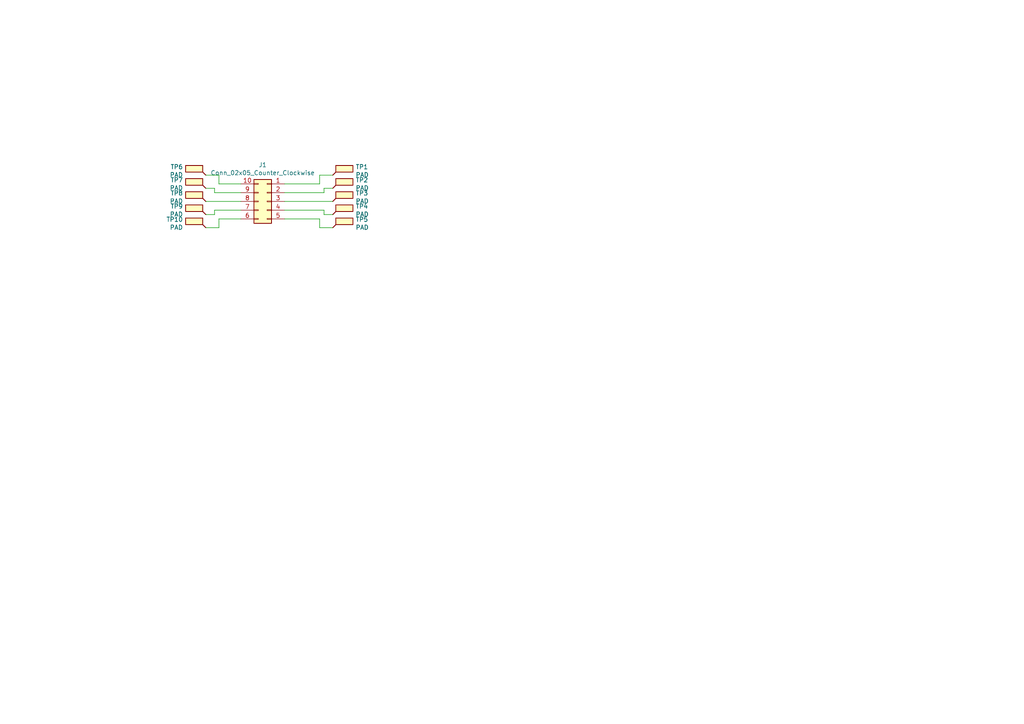
<source format=kicad_sch>
(kicad_sch (version 20211123) (generator eeschema)
  (paper "A4")
  (lib_symbols
    (symbol "Connector:TestPoint_Flag" (pin_numbers hide) (pin_names (offset 0.762) hide)
      (property "Reference" "TP" (at 3.429 1.778 0))
      (property "Value" "TestPoint_Flag" (at 3.302 4.191 0))
      (symbol "TestPoint_Flag_0_1"
        (polyline (pts (xy 0 0) (xy 0.889 0.889)) (stroke (width 0.254)))
        (rectangle (start 0.889 2.794) (end 5.842 0.889) (stroke (width 0.254)) (fill (type background)))
      )
      (symbol "TestPoint_Flag_1_1"
        (pin passive line (at 0 0 90) (length 0) (name "1") (number "1"))
      )
    )
    (symbol "Connector_Generic:Conn_02x05_Counter_Clockwise" (pin_names (offset 1.016) hide)
      (property "Reference" "J" (at 1.27 7.62 0))
      (property "Value" "Conn_02x05_Counter_Clockwise" (at 1.27 -7.62 0))
      (symbol "Conn_02x05_Counter_Clockwise_1_1"
        (rectangle (start -1.27 -4.953) (end 0 -5.207) (stroke (width 0.1524)))
        (rectangle (start -1.27 -2.413) (end 0 -2.667) (stroke (width 0.1524)))
        (rectangle (start -1.27 0.127) (end 0 -0.127) (stroke (width 0.1524)))
        (rectangle (start -1.27 2.667) (end 0 2.413) (stroke (width 0.1524)))
        (rectangle (start -1.27 5.207) (end 0 4.953) (stroke (width 0.1524)))
        (rectangle (start -1.27 6.35) (end 3.81 -6.35) (stroke (width 0.254)) (fill (type background)))
        (rectangle (start 3.81 -4.953) (end 2.54 -5.207) (stroke (width 0.1524)))
        (rectangle (start 3.81 -2.413) (end 2.54 -2.667) (stroke (width 0.1524)))
        (rectangle (start 3.81 0.127) (end 2.54 -0.127) (stroke (width 0.1524)))
        (rectangle (start 3.81 2.667) (end 2.54 2.413) (stroke (width 0.1524)))
        (rectangle (start 3.81 5.207) (end 2.54 4.953) (stroke (width 0.1524)))
        (pin passive line (at -5.08 5.08 0) (length 3.81) (name "Pin_1") (number "1"))
        (pin passive line (at 7.62 5.08 180) (length 3.81) (name "Pin_10") (number "10"))
        (pin passive line (at -5.08 2.54 0) (length 3.81) (name "Pin_2") (number "2"))
        (pin passive line (at -5.08 0 0) (length 3.81) (name "Pin_3") (number "3"))
        (pin passive line (at -5.08 -2.54 0) (length 3.81) (name "Pin_4") (number "4"))
        (pin passive line (at -5.08 -5.08 0) (length 3.81) (name "Pin_5") (number "5"))
        (pin passive line (at 7.62 -5.08 180) (length 3.81) (name "Pin_6") (number "6"))
        (pin passive line (at 7.62 -2.54 180) (length 3.81) (name "Pin_7") (number "7"))
        (pin passive line (at 7.62 0 180) (length 3.81) (name "Pin_8") (number "8"))
        (pin passive line (at 7.62 2.54 180) (length 3.81) (name "Pin_9") (number "9"))
      )
    )
  )
  (wire (pts (xy 93.98 62.23) (xy 96.52 62.23)))
  (wire (pts (xy 69.85 63.5) (xy 63.5 63.5)))
  (wire (pts (xy 62.23 62.23) (xy 59.69 62.23)))
  (wire (pts (xy 69.85 55.88) (xy 62.23 55.88)))
  (wire (pts (xy 62.23 54.61) (xy 59.69 54.61)))
  (wire (pts (xy 63.5 50.8) (xy 63.5 53.34)))
  (wire (pts (xy 82.55 55.88) (xy 93.98 55.88)))
  (wire (pts (xy 82.55 53.34) (xy 92.71 53.34)))
  (wire (pts (xy 69.85 60.96) (xy 62.23 60.96)))
  (wire (pts (xy 63.5 66.04) (xy 59.69 66.04)))
  (wire (pts (xy 59.69 58.42) (xy 69.85 58.42)))
  (wire (pts (xy 62.23 60.96) (xy 62.23 62.23)))
  (wire (pts (xy 63.5 63.5) (xy 63.5 66.04)))
  (wire (pts (xy 92.71 53.34) (xy 92.71 50.8)))
  (wire (pts (xy 92.71 63.5) (xy 92.71 66.04)))
  (wire (pts (xy 92.71 50.8) (xy 96.52 50.8)))
  (wire (pts (xy 63.5 53.34) (xy 69.85 53.34)))
  (wire (pts (xy 82.55 63.5) (xy 92.71 63.5)))
  (wire (pts (xy 92.71 66.04) (xy 96.52 66.04)))
  (wire (pts (xy 82.55 60.96) (xy 93.98 60.96)))
  (wire (pts (xy 93.98 55.88) (xy 93.98 54.61)))
  (wire (pts (xy 62.23 55.88) (xy 62.23 54.61)))
  (wire (pts (xy 93.98 54.61) (xy 96.52 54.61)))
  (wire (pts (xy 59.69 50.8) (xy 63.5 50.8)))
  (wire (pts (xy 82.55 58.42) (xy 96.52 58.42)))
  (wire (pts (xy 93.98 60.96) (xy 93.98 62.23)))
  (symbol (lib_id "Connector_Generic:Conn_02x05_Counter_Clockwise") (at 77.47 58.42 0) (mirror y) (unit 1)
    (property "Reference" "J1" (at 76.2 47.8282 0))
    (property "Value" "Conn_02x05_Counter_Clockwise" (at 76.2 50.1396 0))
    (property "Footprint" "padadapters:10132797-011100LF_mod_small_adapter_pads" (effects hide))
  )
  (symbol (lib_id "Connector:TestPoint_Flag") (at 96.52 50.8 0) (unit 1)
    (property "Reference" "TP1" (at 103.124 48.4124 0) (effects (justify left)))
    (property "Value" "PAD" (at 103.124 50.7238 0) (effects (justify left)))
    (property "Footprint" "padadapters:TestPoint_Pad_1.2x2.5mm" (effects hide))
  )
  (symbol (lib_id "Connector:TestPoint_Flag") (at 96.52 54.61 0) (unit 1)
    (property "Reference" "TP2" (at 103.124 52.2224 0) (effects (justify left)))
    (property "Value" "PAD" (at 103.124 54.5338 0) (effects (justify left)))
    (property "Footprint" "padadapters:TestPoint_Pad_1.2x2.5mm" (effects hide))
  )
  (symbol (lib_id "Connector:TestPoint_Flag") (at 96.52 58.42 0) (unit 1)
    (property "Reference" "TP3" (at 103.124 56.0324 0) (effects (justify left)))
    (property "Value" "PAD" (at 103.124 58.3438 0) (effects (justify left)))
    (property "Footprint" "padadapters:TestPoint_Pad_1.2x2.5mm" (effects hide))
  )
  (symbol (lib_id "Connector:TestPoint_Flag") (at 96.52 62.23 0) (unit 1)
    (property "Reference" "TP4" (at 103.124 59.8424 0) (effects (justify left)))
    (property "Value" "PAD" (at 103.124 62.1538 0) (effects (justify left)))
    (property "Footprint" "padadapters:TestPoint_Pad_1.2x2.5mm" (effects hide))
  )
  (symbol (lib_id "Connector:TestPoint_Flag") (at 96.52 66.04 0) (unit 1)
    (property "Reference" "TP5" (at 103.124 63.6524 0) (effects (justify left)))
    (property "Value" "PAD" (at 103.124 65.9638 0) (effects (justify left)))
    (property "Footprint" "padadapters:TestPoint_Pad_1.2x2.5mm" (effects hide))
  )
  (symbol (lib_id "Connector:TestPoint_Flag") (at 59.69 58.42 0) (mirror y) (unit 1)
    (property "Reference" "TP8" (at 53.086 56.0324 0) (effects (justify left)))
    (property "Value" "PAD" (at 53.086 58.3438 0) (effects (justify left)))
    (property "Footprint" "padadapters:TestPoint_Pad_1.2x2.5mm" (effects hide))
  )
  (symbol (lib_id "Connector:TestPoint_Flag") (at 59.69 62.23 0) (mirror y) (unit 1)
    (property "Reference" "TP9" (at 53.086 59.8424 0) (effects (justify left)))
    (property "Value" "PAD" (at 53.086 62.1538 0) (effects (justify left)))
    (property "Footprint" "padadapters:TestPoint_Pad_1.2x2.5mm" (effects hide))
  )
  (symbol (lib_id "Connector:TestPoint_Flag") (at 59.69 66.04 0) (mirror y) (unit 1)
    (property "Reference" "TP10" (at 53.086 63.6524 0) (effects (justify left)))
    (property "Value" "PAD" (at 53.086 65.9638 0) (effects (justify left)))
    (property "Footprint" "padadapters:TestPoint_Pad_1.2x2.5mm" (effects hide))
  )
  (symbol (lib_id "Connector:TestPoint_Flag") (at 59.69 50.8 0) (mirror y) (unit 1)
    (property "Reference" "TP6" (at 53.086 48.4124 0) (effects (justify left)))
    (property "Value" "PAD" (at 53.086 50.7238 0) (effects (justify left)))
    (property "Footprint" "padadapters:TestPoint_Pad_1.2x2.5mm" (effects hide))
  )
  (symbol (lib_id "Connector:TestPoint_Flag") (at 59.69 54.61 0) (mirror y) (unit 1)
    (property "Reference" "TP7" (at 53.086 52.2224 0) (effects (justify left)))
    (property "Value" "PAD" (at 53.086 54.5338 0) (effects (justify left)))
    (property "Footprint" "padadapters:TestPoint_Pad_1.2x2.5mm" (effects hide))
  )
)
</source>
